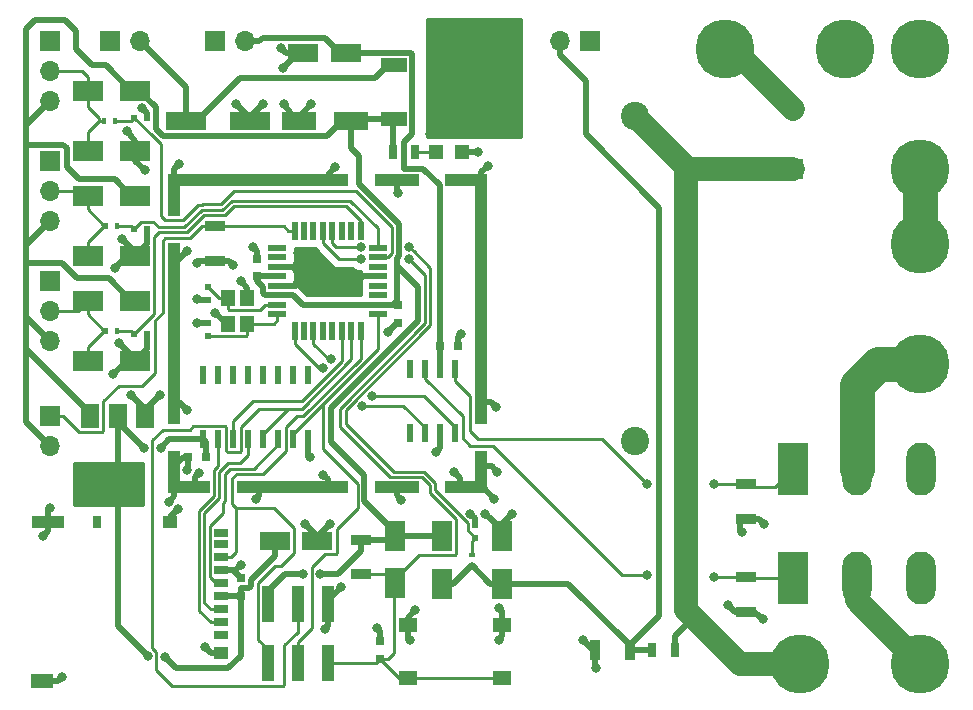
<source format=gbr>
G04 #@! TF.GenerationSoftware,KiCad,Pcbnew,(2017-12-14 revision b47a06e)-master*
G04 #@! TF.CreationDate,2018-01-03T11:33:46-08:00*
G04 #@! TF.ProjectId,Elephant-3,456C657068616E742D332E6B69636164,1*
G04 #@! TF.SameCoordinates,Original*
G04 #@! TF.FileFunction,Copper,L1,Top,Signal*
G04 #@! TF.FilePolarity,Positive*
%FSLAX46Y46*%
G04 Gerber Fmt 4.6, Leading zero omitted, Abs format (unit mm)*
G04 Created by KiCad (PCBNEW (2017-12-14 revision b47a06e)-master) date Wednesday, January 03, 2018 'AMt' 11:33:46 AM*
%MOMM*%
%LPD*%
G01*
G04 APERTURE LIST*
%ADD10R,3.800000X2.000000*%
%ADD11R,1.500000X2.000000*%
%ADD12R,1.000000X2.570000*%
%ADD13R,1.000000X3.800000*%
%ADD14R,1.000000X3.470000*%
%ADD15R,2.570000X1.000000*%
%ADD16R,3.800000X1.000000*%
%ADD17R,3.470000X1.000000*%
%ADD18R,1.000000X1.000000*%
%ADD19R,0.600000X1.550000*%
%ADD20R,0.500000X0.600000*%
%ADD21R,1.800000X2.500000*%
%ADD22R,0.600000X0.400000*%
%ADD23R,2.500000X1.800000*%
%ADD24C,2.400000*%
%ADD25R,1.800000X1.800000*%
%ADD26O,1.800000X1.800000*%
%ADD27R,1.700000X1.700000*%
%ADD28O,1.700000X1.700000*%
%ADD29C,5.000000*%
%ADD30R,1.200000X0.700000*%
%ADD31R,1.200000X1.000000*%
%ADD32R,0.800000X1.000000*%
%ADD33R,2.800000X1.000000*%
%ADD34R,1.900000X1.300000*%
%ADD35R,2.500000X4.500000*%
%ADD36O,2.500000X4.500000*%
%ADD37R,0.600000X1.500000*%
%ADD38R,0.750000X0.800000*%
%ADD39R,3.500000X1.600000*%
%ADD40R,3.000000X1.600000*%
%ADD41R,0.600000X0.500000*%
%ADD42R,2.600000X1.600000*%
%ADD43R,0.800000X0.750000*%
%ADD44R,1.000000X3.150000*%
%ADD45R,1.200000X1.200000*%
%ADD46R,0.700000X1.300000*%
%ADD47R,0.400000X0.600000*%
%ADD48R,1.700000X0.900000*%
%ADD49R,0.900000X1.700000*%
%ADD50R,1.550000X1.300000*%
%ADD51R,0.550000X1.600000*%
%ADD52R,1.600000X0.550000*%
%ADD53R,1.200000X1.400000*%
%ADD54R,3.050000X2.750000*%
%ADD55R,6.400000X5.800000*%
%ADD56R,2.200000X1.200000*%
%ADD57C,0.800000*%
%ADD58C,0.500000*%
%ADD59C,1.000000*%
%ADD60C,0.250000*%
%ADD61C,2.000000*%
%ADD62C,3.000000*%
%ADD63C,0.254000*%
G04 APERTURE END LIST*
D10*
X127000000Y-109195000D03*
D11*
X127000000Y-102895000D03*
X124700000Y-102895000D03*
X129300000Y-102895000D03*
D12*
X157785000Y-107105000D03*
X131775000Y-107105000D03*
D13*
X157785000Y-101720000D03*
X131775000Y-101720000D03*
D14*
X157785000Y-95885000D03*
X131775000Y-95885000D03*
D13*
X157785000Y-90050000D03*
X131775000Y-90050000D03*
D12*
X157785000Y-84665000D03*
X131775000Y-84665000D03*
D15*
X156000000Y-108890000D03*
X156000000Y-82880000D03*
D16*
X150615000Y-108890000D03*
X150615000Y-82880000D03*
D17*
X144780000Y-108890000D03*
X144780000Y-82880000D03*
D16*
X138945000Y-108890000D03*
X138945000Y-82880000D03*
D15*
X133560000Y-108890000D03*
X133560000Y-82880000D03*
D18*
X131775000Y-108890000D03*
X157785000Y-108890000D03*
X157785000Y-82880000D03*
X131775000Y-82880000D03*
D19*
X151765000Y-98900000D03*
X153035000Y-98900000D03*
X154305000Y-98900000D03*
X155575000Y-98900000D03*
X155575000Y-104300000D03*
X154305000Y-104300000D03*
X153035000Y-104300000D03*
X151765000Y-104300000D03*
D20*
X157226000Y-113199000D03*
X157226000Y-112099000D03*
D21*
X154432000Y-117062000D03*
X154432000Y-113062000D03*
D22*
X156972000Y-115512000D03*
X156972000Y-114612000D03*
D21*
X159512000Y-113062000D03*
X159512000Y-117062000D03*
D23*
X124492000Y-89281000D03*
X128492000Y-89281000D03*
D24*
X170815000Y-104970000D03*
X170815000Y-77470000D03*
D25*
X184150000Y-81915000D03*
D26*
X184150000Y-76835000D03*
D27*
X126365000Y-71120000D03*
D28*
X128905000Y-71120000D03*
D27*
X121285000Y-91440000D03*
D28*
X121285000Y-93980000D03*
X121285000Y-96520000D03*
D27*
X121285000Y-81280000D03*
D28*
X121285000Y-83820000D03*
X121285000Y-86360000D03*
D27*
X121285000Y-71120000D03*
D28*
X121285000Y-73660000D03*
X121285000Y-76200000D03*
D27*
X121285000Y-102870000D03*
D28*
X121285000Y-105410000D03*
D27*
X135255000Y-71120000D03*
D28*
X137795000Y-71120000D03*
D29*
X178435000Y-71755000D03*
X188595000Y-71755000D03*
X194945000Y-81915000D03*
X194945000Y-71755000D03*
X184785000Y-123825000D03*
X194945000Y-123825000D03*
D30*
X135728000Y-112762000D03*
X135728000Y-113712000D03*
X135728000Y-121412000D03*
X135728000Y-120312000D03*
X135728000Y-119212000D03*
X135728000Y-118112000D03*
X135728000Y-117012000D03*
X135728000Y-115912000D03*
X135728000Y-114812000D03*
D31*
X135728000Y-122962000D03*
X131428000Y-111812000D03*
D32*
X125228000Y-111812000D03*
D33*
X121078000Y-111812000D03*
D34*
X120628000Y-125312000D03*
D27*
X167005000Y-71120000D03*
D28*
X164465000Y-71120000D03*
D29*
X194945000Y-88265000D03*
X194945000Y-98425000D03*
D35*
X184150000Y-116586000D03*
D36*
X189600000Y-116586000D03*
X195050000Y-116586000D03*
D35*
X184150000Y-107315000D03*
D36*
X189600000Y-107315000D03*
X195050000Y-107315000D03*
D37*
X134239000Y-104808000D03*
X135509000Y-104808000D03*
X136779000Y-104808000D03*
X138049000Y-104808000D03*
X139319000Y-104808000D03*
X140589000Y-104808000D03*
X141859000Y-104808000D03*
X143129000Y-104808000D03*
X143129000Y-99408000D03*
X141859000Y-99408000D03*
X140589000Y-99408000D03*
X139319000Y-99408000D03*
X138049000Y-99408000D03*
X136779000Y-99408000D03*
X135509000Y-99408000D03*
X134239000Y-99408000D03*
D38*
X138811000Y-89547000D03*
X138811000Y-91047000D03*
X150749000Y-93484000D03*
X150749000Y-94984000D03*
D39*
X138209000Y-77851000D03*
X132809000Y-77851000D03*
D40*
X142326000Y-77851000D03*
X146726000Y-77851000D03*
D41*
X128355000Y-95885000D03*
X129455000Y-95885000D03*
D42*
X143913000Y-113411000D03*
X140313000Y-113411000D03*
D41*
X128355000Y-86995000D03*
X129455000Y-86995000D03*
D20*
X134620000Y-91906000D03*
X134620000Y-93006000D03*
X134620000Y-94954000D03*
X134620000Y-96054000D03*
D41*
X129455000Y-77597000D03*
X128355000Y-77597000D03*
D43*
X132981000Y-106299000D03*
X134481000Y-106299000D03*
D38*
X149225000Y-121920000D03*
X149225000Y-123420000D03*
D43*
X154317000Y-96901000D03*
X155817000Y-96901000D03*
D38*
X137414000Y-116598000D03*
X137414000Y-118098000D03*
D44*
X144780000Y-118760000D03*
X144780000Y-123810000D03*
X142240000Y-118760000D03*
X142240000Y-123810000D03*
X139700000Y-118760000D03*
X139700000Y-123810000D03*
D45*
X156167000Y-80518000D03*
X153967000Y-80518000D03*
D23*
X128492000Y-98171000D03*
X124492000Y-98171000D03*
X128492000Y-93091000D03*
X124492000Y-93091000D03*
X124492000Y-84201000D03*
X128492000Y-84201000D03*
D21*
X150495000Y-113030000D03*
X150495000Y-117030000D03*
D23*
X124492000Y-80391000D03*
X128492000Y-80391000D03*
X124492000Y-75311000D03*
X128492000Y-75311000D03*
D46*
X150307000Y-80518000D03*
X152207000Y-80518000D03*
D47*
X126942000Y-95631000D03*
X126042000Y-95631000D03*
X126042000Y-86741000D03*
X126942000Y-86741000D03*
D48*
X135255000Y-89715000D03*
X135255000Y-86815000D03*
X147574000Y-116258000D03*
X147574000Y-113358000D03*
D47*
X126757000Y-77851000D03*
X125857000Y-77851000D03*
D48*
X180213000Y-119433000D03*
X180213000Y-116533000D03*
D49*
X167460000Y-122682000D03*
X170360000Y-122682000D03*
D48*
X180213000Y-108659000D03*
X180213000Y-111559000D03*
D46*
X172278000Y-122682000D03*
X174178000Y-122682000D03*
D50*
X151595000Y-120559000D03*
X151595000Y-125059000D03*
X159555000Y-125059000D03*
X159555000Y-120559000D03*
D51*
X141980000Y-87190000D03*
X142780000Y-87190000D03*
X143580000Y-87190000D03*
X144380000Y-87190000D03*
X145180000Y-87190000D03*
X145980000Y-87190000D03*
X146780000Y-87190000D03*
X147580000Y-87190000D03*
D52*
X149030000Y-88640000D03*
X149030000Y-89440000D03*
X149030000Y-90240000D03*
X149030000Y-91040000D03*
X149030000Y-91840000D03*
X149030000Y-92640000D03*
X149030000Y-93440000D03*
X149030000Y-94240000D03*
D51*
X147580000Y-95690000D03*
X146780000Y-95690000D03*
X145980000Y-95690000D03*
X145180000Y-95690000D03*
X144380000Y-95690000D03*
X143580000Y-95690000D03*
X142780000Y-95690000D03*
X141980000Y-95690000D03*
D52*
X140530000Y-94240000D03*
X140530000Y-93440000D03*
X140530000Y-92640000D03*
X140530000Y-91840000D03*
X140530000Y-91040000D03*
X140530000Y-90240000D03*
X140530000Y-89440000D03*
X140530000Y-88640000D03*
D42*
X142726000Y-72136000D03*
X146326000Y-72136000D03*
D53*
X137960000Y-92880000D03*
X137960000Y-95080000D03*
X136360000Y-95080000D03*
X136360000Y-92880000D03*
D54*
X154984000Y-76963000D03*
X158334000Y-73913000D03*
X154984000Y-73913000D03*
X158334000Y-76963000D03*
D55*
X156659000Y-75438000D03*
D56*
X150359000Y-77718000D03*
X150359000Y-73158000D03*
D57*
X159004000Y-102108000D03*
X145415000Y-81788000D03*
X132842000Y-88900000D03*
X132842000Y-102362000D03*
X138684000Y-109892000D03*
X144399000Y-107823000D03*
X179832000Y-112649000D03*
X181737000Y-112014000D03*
X178689000Y-118872000D03*
X181610000Y-120015000D03*
X167513000Y-124206000D03*
X166370000Y-121793000D03*
X144526000Y-120904000D03*
X145923000Y-117348000D03*
X148971000Y-120777000D03*
X151765000Y-121793000D03*
X159258000Y-121793000D03*
X152146000Y-119253000D03*
X159258000Y-119126000D03*
X142875000Y-112014000D03*
X144999326Y-111982766D03*
X157480000Y-80518000D03*
X137033000Y-76454000D03*
X143383000Y-76454000D03*
X141097000Y-76454000D03*
X139319000Y-76454000D03*
X140970000Y-73406000D03*
X140843000Y-71686000D03*
X156083000Y-95885000D03*
X149860000Y-95758000D03*
X137414000Y-91440000D03*
X138430000Y-88519000D03*
X133731000Y-89916000D03*
X136779000Y-90043000D03*
X133731000Y-92964000D03*
X135255000Y-94107000D03*
X133731000Y-94996000D03*
X126619000Y-99314000D03*
X126746000Y-90297000D03*
X127762000Y-78740000D03*
X129286000Y-82042000D03*
X129032000Y-76811002D03*
X127381000Y-87884000D03*
X127127000Y-96647000D03*
X130556000Y-101092000D03*
X128143000Y-101092000D03*
X132842000Y-107442000D03*
X153924000Y-105918000D03*
X143256000Y-106299000D03*
X132207000Y-81534000D03*
X158369000Y-81661000D03*
X156849653Y-111120347D03*
X158115000Y-111125000D03*
X160401000Y-111125000D03*
X134366000Y-122428000D03*
X137414000Y-115443000D03*
X122301000Y-124968000D03*
X120650000Y-113030000D03*
X121285000Y-110617000D03*
X132080000Y-110744000D03*
X131318000Y-110109000D03*
X155448000Y-107569000D03*
X159131000Y-107569000D03*
X158877000Y-109855000D03*
X151003000Y-109982000D03*
X133858000Y-107696000D03*
X150749000Y-83947000D03*
X145161000Y-91567000D03*
X143764000Y-90170000D03*
X143764000Y-91567000D03*
X147320000Y-91059000D03*
X142367000Y-91567000D03*
X142240000Y-90170000D03*
X131762500Y-98742500D03*
X131762500Y-92964000D03*
X141922500Y-108902500D03*
X157797500Y-98679000D03*
X157797500Y-93027500D03*
X157797500Y-86995000D03*
X135890000Y-82867500D03*
X141922500Y-82867500D03*
X142694989Y-116204565D03*
X144145000Y-116205000D03*
X159004000Y-71374000D03*
X157226000Y-71374000D03*
X155448000Y-71374000D03*
X153670000Y-71374000D03*
X153670000Y-69850000D03*
X155448000Y-69850000D03*
X157226000Y-69850000D03*
X159004000Y-69850000D03*
X160528000Y-69850000D03*
X160528000Y-71374000D03*
X160528000Y-72898000D03*
X160528000Y-74422000D03*
X160528000Y-75946000D03*
X160528000Y-77470000D03*
X160528000Y-78994000D03*
X158750000Y-78994000D03*
X156972000Y-78994000D03*
X155194000Y-78994000D03*
X153416000Y-78994000D03*
X151666021Y-88534987D03*
X147629988Y-88590056D03*
X129196000Y-105537000D03*
X129540006Y-123190000D03*
X130990011Y-123232196D03*
X130646000Y-105550460D03*
X177533000Y-116459000D03*
X171797000Y-116332000D03*
X177533000Y-108585000D03*
X171797000Y-108585000D03*
X148531859Y-101160858D03*
X145076956Y-98069740D03*
X151640092Y-89535522D03*
X147629988Y-89590069D03*
X147706359Y-101986358D03*
X144369848Y-98776848D03*
D58*
X150816011Y-86629823D02*
X150816010Y-89327180D01*
X146726000Y-80171002D02*
X147447000Y-80892002D01*
X147447000Y-83260812D02*
X150816011Y-86629823D01*
X150660999Y-89482191D02*
X150660999Y-90170000D01*
X150816010Y-89327180D02*
X150660999Y-89482191D01*
X147447000Y-80892002D02*
X147447000Y-83260812D01*
X146726000Y-77851000D02*
X146726000Y-80171002D01*
X157785000Y-101720000D02*
X158616000Y-101720000D01*
X158616000Y-101720000D02*
X159004000Y-102108000D01*
X144780000Y-82880000D02*
X144780000Y-82423000D01*
X144780000Y-82423000D02*
X145415000Y-81788000D01*
X131775000Y-90050000D02*
X131775000Y-89967000D01*
X131775000Y-89967000D02*
X132842000Y-88900000D01*
X131775000Y-101720000D02*
X132200000Y-101720000D01*
X132200000Y-101720000D02*
X132842000Y-102362000D01*
X138945000Y-108890000D02*
X138945000Y-109631000D01*
X138945000Y-109631000D02*
X138684000Y-109892000D01*
X144780000Y-108890000D02*
X144780000Y-108204000D01*
X144780000Y-108204000D02*
X144399000Y-107823000D01*
X131775000Y-82880000D02*
X133560000Y-82880000D01*
X131775000Y-84665000D02*
X131775000Y-82880000D01*
X131775000Y-101720000D02*
X131775000Y-98755000D01*
X131775000Y-98755000D02*
X131762500Y-98742500D01*
X179832000Y-112649000D02*
X179705000Y-112522000D01*
X179705000Y-112522000D02*
X179705000Y-111887000D01*
X179705000Y-111887000D02*
X180033000Y-111559000D01*
X180033000Y-111559000D02*
X180213000Y-111559000D01*
X180213000Y-111559000D02*
X181282000Y-111559000D01*
X181282000Y-111559000D02*
X181737000Y-112014000D01*
X180213000Y-119433000D02*
X179250000Y-119433000D01*
X179250000Y-119433000D02*
X178689000Y-118872000D01*
X181610000Y-120015000D02*
X180901000Y-119433000D01*
X180901000Y-119433000D02*
X180213000Y-119433000D01*
X167460000Y-122682000D02*
X167460000Y-124153000D01*
X167460000Y-124153000D02*
X167513000Y-124206000D01*
X167460000Y-122682000D02*
X167259000Y-122682000D01*
X167259000Y-122682000D02*
X166370000Y-121793000D01*
X144780000Y-118760000D02*
X144780000Y-120650000D01*
X144780000Y-120650000D02*
X144526000Y-120904000D01*
X144780000Y-118760000D02*
X144780000Y-118491000D01*
X144780000Y-118491000D02*
X145923000Y-117348000D01*
X149225000Y-121920000D02*
X149225000Y-121031000D01*
X149225000Y-121031000D02*
X148971000Y-120777000D01*
X151595000Y-120559000D02*
X151595000Y-121623000D01*
X151595000Y-121623000D02*
X151765000Y-121793000D01*
X159555000Y-120559000D02*
X159555000Y-121496000D01*
X159555000Y-121496000D02*
X159258000Y-121793000D01*
X152146000Y-119253000D02*
X151595000Y-119931000D01*
X151595000Y-119931000D02*
X151595000Y-120559000D01*
X159555000Y-120559000D02*
X159555000Y-119409000D01*
X159555000Y-119409000D02*
X159272000Y-119126000D01*
X143913000Y-113411000D02*
X143913000Y-113052000D01*
X143913000Y-113052000D02*
X142875000Y-112014000D01*
X143913000Y-113411000D02*
X143913000Y-113069092D01*
X143913000Y-113069092D02*
X144999326Y-111982766D01*
X144780000Y-108890000D02*
X141935000Y-108890000D01*
X141935000Y-108890000D02*
X141922500Y-108902500D01*
X156167000Y-80518000D02*
X157480000Y-80518000D01*
X138209000Y-77851000D02*
X138209000Y-77630000D01*
X138209000Y-77630000D02*
X137033000Y-76454000D01*
X142326000Y-77851000D02*
X142326000Y-77511000D01*
X142326000Y-77511000D02*
X143383000Y-76454000D01*
X141097000Y-76454000D02*
X142113000Y-77851000D01*
X142113000Y-77851000D02*
X142326000Y-77851000D01*
X139319000Y-76454000D02*
X138209000Y-77564000D01*
X138209000Y-77564000D02*
X138209000Y-77851000D01*
X142726000Y-72136000D02*
X142240000Y-72136000D01*
X142240000Y-72136000D02*
X140970000Y-73406000D01*
X142726000Y-72136000D02*
X141293000Y-72136000D01*
X141293000Y-72136000D02*
X140843000Y-71686000D01*
X157797500Y-98679000D02*
X157797500Y-95897500D01*
X157797500Y-95897500D02*
X157785000Y-95885000D01*
X156000000Y-82880000D02*
X157785000Y-82880000D01*
X155817000Y-96901000D02*
X155817000Y-96151000D01*
X155817000Y-96151000D02*
X156083000Y-95885000D01*
X150749000Y-94984000D02*
X150634000Y-94984000D01*
X150634000Y-94984000D02*
X149860000Y-95758000D01*
X137960000Y-92880000D02*
X137960000Y-91986000D01*
X137960000Y-91986000D02*
X137414000Y-91440000D01*
X149030000Y-91040000D02*
X147339000Y-91040000D01*
X147339000Y-91040000D02*
X147320000Y-91059000D01*
X140530000Y-90240000D02*
X142170000Y-90240000D01*
X142170000Y-90240000D02*
X142240000Y-90170000D01*
X140530000Y-91840000D02*
X142094000Y-91840000D01*
X142094000Y-91840000D02*
X142367000Y-91567000D01*
X138811000Y-89547000D02*
X138811000Y-88900000D01*
X138811000Y-88900000D02*
X138430000Y-88519000D01*
X135255000Y-89715000D02*
X133932000Y-89715000D01*
X133932000Y-89715000D02*
X133731000Y-89916000D01*
X135255000Y-89715000D02*
X136451000Y-89715000D01*
X136451000Y-89715000D02*
X136779000Y-90043000D01*
X134620000Y-93006000D02*
X133773000Y-93006000D01*
X133773000Y-93006000D02*
X133731000Y-92964000D01*
X136360000Y-95080000D02*
X136228000Y-95080000D01*
X136228000Y-95080000D02*
X135255000Y-94107000D01*
X134620000Y-94954000D02*
X133773000Y-94954000D01*
X133773000Y-94954000D02*
X133731000Y-94996000D01*
X126619000Y-99314000D02*
X127889000Y-98171000D01*
X127889000Y-98171000D02*
X128492000Y-98171000D01*
X126746000Y-90297000D02*
X127762000Y-89281000D01*
X127762000Y-89281000D02*
X128492000Y-89281000D01*
X127762000Y-78740000D02*
X128492000Y-79597000D01*
X128492000Y-79597000D02*
X128492000Y-80391000D01*
X128492000Y-80391000D02*
X128492000Y-81248000D01*
X128492000Y-81248000D02*
X129286000Y-82042000D01*
X129455000Y-77597000D02*
X129455000Y-77234002D01*
X129455000Y-77234002D02*
X129032000Y-76811002D01*
X128492000Y-89281000D02*
X128492000Y-88995000D01*
X128492000Y-88995000D02*
X127381000Y-87884000D01*
X128492000Y-89281000D02*
X129455000Y-88318000D01*
X129455000Y-88318000D02*
X129455000Y-86995000D01*
X128492000Y-98171000D02*
X128492000Y-98012000D01*
X128492000Y-98012000D02*
X127127000Y-96647000D01*
X128492000Y-98171000D02*
X129455000Y-97208000D01*
X129455000Y-97208000D02*
X129455000Y-95885000D01*
X129300000Y-102895000D02*
X129300000Y-102348000D01*
X129300000Y-102348000D02*
X130556000Y-101092000D01*
X129300000Y-102895000D02*
X129300000Y-102249000D01*
X129300000Y-102249000D02*
X128143000Y-101092000D01*
X132981000Y-106299000D02*
X132981000Y-107303000D01*
X132981000Y-107303000D02*
X132842000Y-107442000D01*
X132981000Y-106299000D02*
X132581000Y-106299000D01*
X132581000Y-106299000D02*
X131775000Y-107105000D01*
X154305000Y-104300000D02*
X154305000Y-105537000D01*
X154305000Y-105537000D02*
X153924000Y-105918000D01*
X143129000Y-104808000D02*
X143129000Y-106172000D01*
X143129000Y-106172000D02*
X143256000Y-106299000D01*
X131775000Y-82880000D02*
X131775000Y-81966000D01*
X131775000Y-81966000D02*
X132207000Y-81534000D01*
X157785000Y-82880000D02*
X157785000Y-82245000D01*
X157785000Y-82245000D02*
X158369000Y-81661000D01*
X157226000Y-112099000D02*
X157226000Y-111496694D01*
X157226000Y-111496694D02*
X156849653Y-111120347D01*
X159004000Y-112014000D02*
X158514999Y-111524999D01*
X158514999Y-111524999D02*
X158115000Y-111125000D01*
X159512000Y-112014000D02*
X159004000Y-112014000D01*
X159512000Y-113062000D02*
X159512000Y-112014000D01*
X159512000Y-112014000D02*
X160401000Y-111125000D01*
X135728000Y-122962000D02*
X134900000Y-122962000D01*
X134900000Y-122962000D02*
X134366000Y-122428000D01*
X136728000Y-115912000D02*
X136945000Y-115912000D01*
X136945000Y-115912000D02*
X137414000Y-115443000D01*
X135728000Y-115912000D02*
X136728000Y-115912000D01*
X136728000Y-115912000D02*
X137414000Y-116598000D01*
X120628000Y-125312000D02*
X121957000Y-125312000D01*
X121957000Y-125312000D02*
X122301000Y-124968000D01*
X121078000Y-111812000D02*
X121078000Y-112602000D01*
X121078000Y-112602000D02*
X120650000Y-113030000D01*
X121078000Y-111812000D02*
X121078000Y-110824000D01*
X121078000Y-110824000D02*
X121285000Y-110617000D01*
X131428000Y-111812000D02*
X131428000Y-111396000D01*
X131428000Y-111396000D02*
X132080000Y-110744000D01*
X131775000Y-108890000D02*
X131775000Y-109652000D01*
X131775000Y-109652000D02*
X131318000Y-110109000D01*
X156000000Y-108890000D02*
X156000000Y-108121000D01*
X156000000Y-108121000D02*
X155448000Y-107569000D01*
X157785000Y-107105000D02*
X158667000Y-107105000D01*
X158667000Y-107105000D02*
X159131000Y-107569000D01*
X157785000Y-108890000D02*
X157912000Y-108890000D01*
X157912000Y-108890000D02*
X158877000Y-109855000D01*
X150615000Y-108890000D02*
X150615000Y-109594000D01*
X150615000Y-109594000D02*
X151003000Y-109982000D01*
X133560000Y-108890000D02*
X133560000Y-107994000D01*
X133560000Y-107994000D02*
X133858000Y-107696000D01*
X150615000Y-82880000D02*
X150615000Y-83813000D01*
X150615000Y-83813000D02*
X150749000Y-83947000D01*
X130242000Y-78592810D02*
X130242000Y-76711000D01*
X146026000Y-77851000D02*
X144726000Y-79151000D01*
X128842000Y-75311000D02*
X128492000Y-75311000D01*
X130242000Y-76711000D02*
X128842000Y-75311000D01*
X130800190Y-79151000D02*
X130242000Y-78592810D01*
X146726000Y-77851000D02*
X146026000Y-77851000D01*
X144726000Y-79151000D02*
X130800190Y-79151000D01*
X145034000Y-102183812D02*
X152400000Y-94817812D01*
X150495000Y-112680000D02*
X147895011Y-110080011D01*
X152400000Y-94817812D02*
X152400000Y-91909001D01*
X147895011Y-110080011D02*
X147895011Y-107890011D01*
X145034000Y-105029000D02*
X145034000Y-102183812D01*
X150495000Y-113030000D02*
X150495000Y-112680000D01*
X147895011Y-107890011D02*
X145034000Y-105029000D01*
X152400000Y-91909001D02*
X150660999Y-90170000D01*
X139700000Y-117685000D02*
X141180435Y-116204565D01*
X139700000Y-118760000D02*
X139700000Y-117685000D01*
X142129304Y-116204565D02*
X142694989Y-116204565D01*
X141180435Y-116204565D02*
X142129304Y-116204565D01*
X150660999Y-90170000D02*
X150660999Y-93109001D01*
X144145000Y-116205000D02*
X145677000Y-116205000D01*
X145677000Y-116205000D02*
X147574000Y-114308000D01*
X147574000Y-114308000D02*
X147574000Y-113358000D01*
X150660999Y-93109001D02*
X150330000Y-93440000D01*
X150330000Y-93440000D02*
X149030000Y-93440000D01*
X140530000Y-92640000D02*
X141830000Y-92640000D01*
X141830000Y-92640000D02*
X142662000Y-93472000D01*
X142662000Y-93472000D02*
X148011003Y-93472000D01*
X148011003Y-93472000D02*
X148043003Y-93440000D01*
X148043003Y-93440000D02*
X149030000Y-93440000D01*
X139700000Y-119395000D02*
X139700000Y-118320000D01*
X138811000Y-91047000D02*
X138811000Y-91440000D01*
X138811000Y-91440000D02*
X139279999Y-91908999D01*
X139279999Y-91908999D02*
X139279999Y-92475001D01*
X139279999Y-92475001D02*
X139444998Y-92640000D01*
X139444998Y-92640000D02*
X140530000Y-92640000D01*
X138811000Y-91047000D02*
X140523000Y-91047000D01*
X140523000Y-91047000D02*
X140530000Y-91040000D01*
X150307000Y-80518000D02*
X150307000Y-77770000D01*
X150307000Y-77770000D02*
X150359000Y-77718000D01*
X150359000Y-77718000D02*
X146859000Y-77718000D01*
X146859000Y-77718000D02*
X146726000Y-77851000D01*
X150495000Y-113030000D02*
X154400000Y-113030000D01*
X154400000Y-113030000D02*
X154432000Y-113062000D01*
X147574000Y-113358000D02*
X150167000Y-113358000D01*
X150167000Y-113358000D02*
X150495000Y-113030000D01*
X119253000Y-94488000D02*
X119253000Y-97028000D01*
X119253000Y-97028000D02*
X119253000Y-103378000D01*
X124700000Y-102895000D02*
X124700000Y-102645000D01*
X124700000Y-102645000D02*
X119253000Y-97198000D01*
X119253000Y-97198000D02*
X119253000Y-97028000D01*
X119253000Y-103378000D02*
X121285000Y-105410000D01*
X124841000Y-73152000D02*
X125983000Y-73152000D01*
X125983000Y-73152000D02*
X128142000Y-75311000D01*
X128142000Y-75311000D02*
X128492000Y-75311000D01*
X123444000Y-71755000D02*
X124841000Y-73152000D01*
X123444000Y-70231000D02*
X123444000Y-71755000D01*
X119253000Y-78232000D02*
X119253000Y-70104000D01*
X119253000Y-70104000D02*
X120015000Y-69342000D01*
X120015000Y-69342000D02*
X122555000Y-69342000D01*
X122555000Y-69342000D02*
X123444000Y-70231000D01*
X119253000Y-82550000D02*
X119253000Y-79883000D01*
X122682000Y-80166998D02*
X122682000Y-81788000D01*
X123695000Y-82801000D02*
X126742000Y-82801000D01*
X126742000Y-82801000D02*
X128142000Y-84201000D01*
X119253000Y-79883000D02*
X122398002Y-79883000D01*
X122398002Y-79883000D02*
X122682000Y-80166998D01*
X122682000Y-81788000D02*
X123695000Y-82801000D01*
X128142000Y-84201000D02*
X128492000Y-84201000D01*
X128492000Y-93091000D02*
X128142000Y-93091000D01*
X128142000Y-93091000D02*
X126237000Y-91186000D01*
X126237000Y-91186000D02*
X123541002Y-91186000D01*
X123541002Y-91186000D02*
X122271002Y-89916000D01*
X122271002Y-89916000D02*
X119253000Y-89916000D01*
X119253000Y-88773000D02*
X119253000Y-89916000D01*
X119253000Y-89916000D02*
X119253000Y-94488000D01*
X119253000Y-88773000D02*
X119253000Y-82550000D01*
X119253000Y-82550000D02*
X119253000Y-78232000D01*
X119253000Y-94488000D02*
X121285000Y-96520000D01*
X121285000Y-86360000D02*
X119253000Y-88392000D01*
X119253000Y-88392000D02*
X119253000Y-88773000D01*
X120435001Y-77049999D02*
X121285000Y-76200000D01*
X119253000Y-78232000D02*
X120435001Y-77049999D01*
D59*
X138945000Y-82880000D02*
X133560000Y-82880000D01*
X131775000Y-101720000D02*
X131775000Y-95885000D01*
X131775000Y-90050000D02*
X131775000Y-95885000D01*
X144780000Y-82880000D02*
X138945000Y-82880000D01*
X157785000Y-90050000D02*
X157785000Y-84665000D01*
X157785000Y-90050000D02*
X157785000Y-95885000D01*
X157785000Y-101720000D02*
X157785000Y-95885000D01*
X138945000Y-108890000D02*
X144780000Y-108890000D01*
D60*
X149030000Y-91040000D02*
X142875000Y-91040000D01*
X142875000Y-91040000D02*
X142380000Y-91040000D01*
X142075000Y-91840000D02*
X142875000Y-91040000D01*
D58*
X132809000Y-77851000D02*
X133759000Y-77851000D01*
X149859000Y-73158000D02*
X150359000Y-73158000D01*
X133759000Y-77851000D02*
X137352000Y-74258000D01*
X137352000Y-74258000D02*
X148759000Y-74258000D01*
X148759000Y-74258000D02*
X149859000Y-73158000D01*
X128905000Y-71120000D02*
X132809000Y-75024000D01*
X132809000Y-75024000D02*
X132809000Y-77851000D01*
D60*
X150413988Y-107614988D02*
X146304000Y-103505000D01*
X157226000Y-113149000D02*
X156650999Y-112573999D01*
X146304000Y-103505000D02*
X146304000Y-102363411D01*
X152961401Y-107614988D02*
X150413988Y-107614988D01*
X152066020Y-88934986D02*
X151666021Y-88534987D01*
X146304000Y-102363411D02*
X153485010Y-95182401D01*
X153866011Y-108519598D02*
X152961401Y-107614988D01*
X153485010Y-90353976D02*
X152066020Y-88934986D01*
X157226000Y-113199000D02*
X157226000Y-113149000D01*
X153485010Y-95182401D02*
X153485010Y-90353976D01*
X153866011Y-109162011D02*
X153866011Y-108519598D01*
X156650999Y-111946999D02*
X153866011Y-109162011D01*
X156650999Y-112573999D02*
X156650999Y-111946999D01*
X147064303Y-88590056D02*
X147629988Y-88590056D01*
X145530056Y-88590056D02*
X147064303Y-88590056D01*
X145180000Y-87190000D02*
X145180000Y-88240000D01*
X145180000Y-88240000D02*
X145530056Y-88590056D01*
X156972000Y-114612000D02*
X156972000Y-113453000D01*
X156972000Y-113453000D02*
X157226000Y-113199000D01*
X128405000Y-95885000D02*
X128355000Y-95885000D01*
X136838818Y-85090000D02*
X136065796Y-85863022D01*
X130080001Y-94209999D02*
X128405000Y-95885000D01*
X130080001Y-87724999D02*
X130080001Y-94209999D01*
X130486989Y-87318011D02*
X130080001Y-87724999D01*
X132837900Y-87318011D02*
X130486989Y-87318011D01*
X136065796Y-85863022D02*
X134292889Y-85863022D01*
X147580000Y-86329998D02*
X146340002Y-85090000D01*
X147580000Y-87190000D02*
X147580000Y-86329998D01*
X134292889Y-85863022D02*
X132837900Y-87318011D01*
X146340002Y-85090000D02*
X136838818Y-85090000D01*
X126942000Y-95631000D02*
X128101000Y-95631000D01*
X128101000Y-95631000D02*
X128355000Y-95885000D01*
X128980001Y-86419999D02*
X130015001Y-86419999D01*
X128405000Y-86995000D02*
X128980001Y-86419999D01*
X149030000Y-86979998D02*
X149030000Y-88115000D01*
X146689991Y-84639989D02*
X149030000Y-86979998D01*
X135879396Y-85413011D02*
X136652418Y-84639989D01*
X132651500Y-86868000D02*
X134106489Y-85413011D01*
X149030000Y-88115000D02*
X149030000Y-88640000D01*
X130015001Y-86419999D02*
X130463002Y-86868000D01*
X130463002Y-86868000D02*
X132651500Y-86868000D01*
X136652418Y-84639989D02*
X146689991Y-84639989D01*
X128355000Y-86995000D02*
X128405000Y-86995000D01*
X134106489Y-85413011D02*
X135879396Y-85413011D01*
X126942000Y-86741000D02*
X128101000Y-86741000D01*
X128101000Y-86741000D02*
X128355000Y-86995000D01*
X136360000Y-92880000D02*
X135594000Y-92880000D01*
X135594000Y-92880000D02*
X134620000Y-91906000D01*
X140530000Y-93440000D02*
X139480000Y-93440000D01*
X139480000Y-93440000D02*
X139014999Y-93905001D01*
X139014999Y-93905001D02*
X136435001Y-93905001D01*
X136435001Y-93905001D02*
X136360000Y-93830000D01*
X136360000Y-93830000D02*
X136360000Y-92880000D01*
X137960000Y-95080000D02*
X140215000Y-95080000D01*
X140215000Y-95080000D02*
X140530000Y-94765000D01*
X140530000Y-94765000D02*
X140530000Y-94240000D01*
X134620000Y-96054000D02*
X135120000Y-96054000D01*
X135120000Y-96054000D02*
X135171001Y-96105001D01*
X135171001Y-96105001D02*
X137884999Y-96105001D01*
X137884999Y-96105001D02*
X137960000Y-96030000D01*
X137960000Y-96030000D02*
X137960000Y-95080000D01*
D58*
X129196000Y-105537000D02*
X127000000Y-103341000D01*
X127000000Y-103341000D02*
X127000000Y-102895000D01*
X129140007Y-122790001D02*
X129540006Y-123190000D01*
X127000000Y-120649994D02*
X129140007Y-122790001D01*
X127000000Y-109195000D02*
X127000000Y-120649994D01*
X131390010Y-123632195D02*
X130990011Y-123232196D01*
X136375003Y-124224999D02*
X131982814Y-124224999D01*
X137414000Y-118098000D02*
X137414000Y-123186002D01*
X131982814Y-124224999D02*
X131390010Y-123632195D01*
X137414000Y-123186002D02*
X136375003Y-124224999D01*
X138149001Y-117448001D02*
X138299989Y-117297013D01*
X138299989Y-117297013D02*
X138299989Y-116724011D01*
X138299989Y-116724011D02*
X140313000Y-114711000D01*
X140313000Y-114711000D02*
X140313000Y-113411000D01*
X137414000Y-118098000D02*
X137414000Y-117448001D01*
X138149001Y-117448001D02*
X138239001Y-117358001D01*
X137414000Y-117448001D02*
X138149001Y-117448001D01*
X134239000Y-104808000D02*
X131388460Y-104808000D01*
X131388460Y-104808000D02*
X130646000Y-105550460D01*
X134481000Y-106299000D02*
X134481000Y-105050000D01*
X134481000Y-105050000D02*
X134239000Y-104808000D01*
X140313000Y-113411000D02*
X140208000Y-113411000D01*
X135728000Y-118112000D02*
X137400000Y-118112000D01*
X137400000Y-118112000D02*
X137414000Y-118098000D01*
X127000000Y-102895000D02*
X127000000Y-109195000D01*
X174178000Y-122682000D02*
X174178000Y-121532000D01*
X175132999Y-120577001D02*
X175132999Y-119253001D01*
X174178000Y-121532000D02*
X175132999Y-120577001D01*
D61*
X174625000Y-81280000D02*
X175132999Y-81787999D01*
X175132999Y-81787999D02*
X175132999Y-119253001D01*
X175132999Y-119253001D02*
X179704998Y-123825000D01*
X179704998Y-123825000D02*
X181249467Y-123825000D01*
X181249467Y-123825000D02*
X184785000Y-123825000D01*
X174625000Y-81280000D02*
X175260000Y-81915000D01*
X175260000Y-81915000D02*
X184150000Y-81915000D01*
X170815000Y-77470000D02*
X174625000Y-81280000D01*
X184785000Y-123825000D02*
X184825001Y-123865001D01*
D60*
X130810000Y-104013000D02*
X129921000Y-104902000D01*
X141097000Y-122292998D02*
X142169998Y-121220000D01*
X142240000Y-121220000D02*
X142240000Y-119395000D01*
X130265007Y-122841999D02*
X130265007Y-124353009D01*
X131641998Y-125730000D02*
X140970000Y-125730000D01*
X130265007Y-124353009D02*
X131641998Y-125730000D01*
X129921000Y-104902000D02*
X129921000Y-122497992D01*
X129921000Y-122497992D02*
X130265007Y-122841999D01*
X141442000Y-102235000D02*
X138986998Y-102235000D01*
X136134001Y-105781001D02*
X136134001Y-103797999D01*
X133096000Y-104013000D02*
X130810000Y-104013000D01*
X140970000Y-125730000D02*
X141097000Y-125603000D01*
X142169998Y-121220000D02*
X142240000Y-121220000D01*
X137339001Y-105883001D02*
X136236001Y-105883001D01*
X136069001Y-103732999D02*
X133376001Y-103732999D01*
X137423999Y-105798003D02*
X137339001Y-105883001D01*
X137423999Y-103797999D02*
X137423999Y-105798003D01*
X141097000Y-125603000D02*
X141097000Y-122292998D01*
X136236001Y-105883001D02*
X136134001Y-105781001D01*
X136134001Y-103797999D02*
X136069001Y-103732999D01*
X138986998Y-102235000D02*
X137423999Y-103797999D01*
X133376001Y-103732999D02*
X133096000Y-104013000D01*
X142573412Y-102235000D02*
X141442000Y-102235000D01*
X141442000Y-102235000D02*
X139319000Y-104358000D01*
X139319000Y-104358000D02*
X139319000Y-104808000D01*
X146780000Y-95690000D02*
X146780000Y-98028412D01*
X146780000Y-98028412D02*
X142573412Y-102235000D01*
X147320000Y-108609998D02*
X144399000Y-105688998D01*
X147320000Y-110686004D02*
X147320000Y-108609998D01*
X142240000Y-121985000D02*
X143419999Y-120805001D01*
X145538001Y-114471001D02*
X145538001Y-112468003D01*
X142240000Y-123810000D02*
X142240000Y-121985000D01*
X145538001Y-112468003D02*
X147320000Y-110686004D01*
X144399000Y-105688998D02*
X144399000Y-101818000D01*
X143419999Y-120805001D02*
X143419999Y-115660001D01*
X144543999Y-114536001D02*
X145473001Y-114536001D01*
X143419999Y-115660001D02*
X144543999Y-114536001D01*
X145473001Y-114536001D02*
X145538001Y-114471001D01*
X144399000Y-101818000D02*
X148935000Y-97282000D01*
X142240000Y-124445000D02*
X142240000Y-123370000D01*
X141859000Y-104358000D02*
X148935000Y-97282000D01*
X148935000Y-97282000D02*
X149030000Y-97187000D01*
X141859000Y-105258000D02*
X141859000Y-104808000D01*
X141859000Y-104808000D02*
X141859000Y-104358000D01*
X149030000Y-97187000D02*
X149030000Y-94765000D01*
X149030000Y-94765000D02*
X149030000Y-94240000D01*
X137033000Y-110617000D02*
X140204002Y-110617000D01*
X140204002Y-110617000D02*
X141938001Y-112350999D01*
X141938001Y-112350999D02*
X141938001Y-114471001D01*
X137033000Y-110617000D02*
X136711400Y-110295400D01*
X136711400Y-110295400D02*
X136711400Y-108138598D01*
X137084988Y-107765010D02*
X139266992Y-107765010D01*
X136711400Y-108138598D02*
X137084988Y-107765010D01*
X139266992Y-107765010D02*
X141214001Y-105818001D01*
X141214001Y-105818001D02*
X141214001Y-103817997D01*
X140839002Y-115570000D02*
X141938001Y-114471001D01*
X138874999Y-121794999D02*
X138874999Y-117030001D01*
X139700000Y-122620000D02*
X138874999Y-121794999D01*
X138874999Y-117030001D02*
X140335000Y-115570000D01*
X140335000Y-115570000D02*
X140839002Y-115570000D01*
X135728000Y-114812000D02*
X136578000Y-114812000D01*
X136578000Y-114812000D02*
X137033000Y-114357000D01*
X137033000Y-114357000D02*
X137033000Y-110617000D01*
X141214001Y-103817997D02*
X142161998Y-102870000D01*
X142161998Y-102870000D02*
X142710590Y-102870000D01*
X142710590Y-102870000D02*
X147580000Y-98000590D01*
X147580000Y-98000590D02*
X147580000Y-95690000D01*
D58*
X159512000Y-117062000D02*
X165140000Y-117062000D01*
X165140000Y-117062000D02*
X170360000Y-122282000D01*
X170360000Y-122282000D02*
X170360000Y-122682000D01*
X166624000Y-78994000D02*
X166624000Y-74481081D01*
X166624000Y-74481081D02*
X164465000Y-72322081D01*
X170360000Y-122282000D02*
X172847000Y-119795000D01*
X172847000Y-119795000D02*
X172847000Y-85217000D01*
X172847000Y-85217000D02*
X166624000Y-78994000D01*
X164465000Y-72322081D02*
X164465000Y-71120000D01*
X159512000Y-117062000D02*
X158522000Y-117062000D01*
X154432000Y-117062000D02*
X155422000Y-117062000D01*
X158522000Y-117062000D02*
X156972000Y-115512000D01*
X155422000Y-117062000D02*
X156972000Y-115512000D01*
X170360000Y-122682000D02*
X172278000Y-122682000D01*
D60*
X152207000Y-80518000D02*
X153967000Y-80518000D01*
X121285000Y-93980000D02*
X123603000Y-93980000D01*
X123603000Y-93980000D02*
X124492000Y-93091000D01*
X124492000Y-93091000D02*
X124492000Y-94241000D01*
X125882000Y-95631000D02*
X126042000Y-95631000D01*
X124492000Y-94241000D02*
X125882000Y-95631000D01*
X124492000Y-98171000D02*
X124492000Y-97021000D01*
X124492000Y-97021000D02*
X125882000Y-95631000D01*
X121285000Y-83820000D02*
X124111000Y-83820000D01*
X124111000Y-83820000D02*
X124492000Y-84201000D01*
X124492000Y-84201000D02*
X124492000Y-85351000D01*
X124492000Y-85351000D02*
X125882000Y-86741000D01*
X125882000Y-86741000D02*
X126042000Y-86741000D01*
X124492000Y-89281000D02*
X124492000Y-88131000D01*
X124492000Y-88131000D02*
X125882000Y-86741000D01*
X121285000Y-73660000D02*
X123991000Y-73660000D01*
X123991000Y-73660000D02*
X124492000Y-74161000D01*
X124492000Y-74161000D02*
X124492000Y-75311000D01*
X124492000Y-80391000D02*
X124492000Y-78835000D01*
X124492000Y-78835000D02*
X125407000Y-77920000D01*
X125407000Y-77920000D02*
X125407000Y-77851000D01*
X124492000Y-75311000D02*
X124492000Y-76740000D01*
X125407000Y-77655000D02*
X125407000Y-77851000D01*
X124492000Y-76740000D02*
X125407000Y-77655000D01*
X125407000Y-77851000D02*
X125857000Y-77851000D01*
D61*
X178435000Y-71755000D02*
X179070000Y-71755000D01*
X179070000Y-71755000D02*
X184150000Y-76835000D01*
D60*
X122385000Y-102870000D02*
X121285000Y-102870000D01*
X125710001Y-104220001D02*
X123735001Y-104220001D01*
X127080000Y-100330000D02*
X125775001Y-101634999D01*
X125775001Y-104155001D02*
X125710001Y-104220001D01*
X133145001Y-87824999D02*
X131014999Y-87824999D01*
X130810000Y-88029998D02*
X130810000Y-94116410D01*
X130175000Y-99223002D02*
X129068002Y-100330000D01*
X135255000Y-86815000D02*
X134155000Y-86815000D01*
X131014999Y-87824999D02*
X130810000Y-88029998D01*
X125775001Y-101634999D02*
X125775001Y-104155001D01*
X134155000Y-86815000D02*
X133145001Y-87824999D01*
X130810000Y-94116410D02*
X130175000Y-94751410D01*
X129068002Y-100330000D02*
X127080000Y-100330000D01*
X130175000Y-94751410D02*
X130175000Y-99223002D01*
X123735001Y-104220001D02*
X122385000Y-102870000D01*
X141455000Y-87190000D02*
X141080000Y-86815000D01*
X141080000Y-86815000D02*
X135255000Y-86815000D01*
X141927000Y-87190000D02*
X141980000Y-87190000D01*
X141455000Y-87190000D02*
X141980000Y-87190000D01*
X141980000Y-86665000D02*
X141980000Y-87190000D01*
D58*
X137795000Y-71120000D02*
X138997081Y-71120000D01*
X138997081Y-71120000D02*
X139281081Y-70836000D01*
X139281081Y-70836000D02*
X144526000Y-70836000D01*
X145826000Y-72136000D02*
X146326000Y-72136000D01*
X144526000Y-70836000D02*
X145826000Y-72136000D01*
X154317000Y-96901000D02*
X154317000Y-98888000D01*
X154317000Y-98888000D02*
X154305000Y-98900000D01*
X154317000Y-87458000D02*
X154317000Y-96901000D01*
X146326000Y-72136000D02*
X148126000Y-72136000D01*
X148126000Y-72136000D02*
X148154001Y-72107999D01*
X154264999Y-84797999D02*
X154317000Y-84850000D01*
X148154001Y-72107999D02*
X151819001Y-72107999D01*
X151819001Y-72107999D02*
X151909001Y-72197999D01*
X154264999Y-83319997D02*
X154264999Y-84797999D01*
X151909001Y-72197999D02*
X151909001Y-79005997D01*
X151909001Y-79005997D02*
X151257000Y-79657998D01*
X151257000Y-79657998D02*
X151257000Y-81929999D01*
X151257000Y-81929999D02*
X152875001Y-81929999D01*
X152875001Y-81929999D02*
X154264999Y-83319997D01*
X154317000Y-84850000D02*
X154317000Y-85725000D01*
X154317000Y-85725000D02*
X154317000Y-87458000D01*
X154317000Y-87458000D02*
X154305000Y-87470000D01*
D62*
X194945000Y-81915000D02*
X194945000Y-88265000D01*
D61*
X189600000Y-116586000D02*
X189600000Y-118480000D01*
X189600000Y-118480000D02*
X194945000Y-123825000D01*
D60*
X135890000Y-110202824D02*
X135890000Y-111064998D01*
X134802999Y-116522001D02*
X135292998Y-117012000D01*
X140589000Y-105258000D02*
X138532000Y-107315000D01*
X140589000Y-104808000D02*
X140589000Y-105258000D01*
X138532000Y-107315000D02*
X136525000Y-107315000D01*
X136525000Y-107315000D02*
X136070023Y-107769977D01*
X136070023Y-107769977D02*
X136070023Y-110022801D01*
X136070023Y-110022801D02*
X135890000Y-110202824D01*
X135890000Y-111064998D02*
X134802999Y-112151999D01*
X134802999Y-112151999D02*
X134802999Y-116522001D01*
X135292998Y-117012000D02*
X135728000Y-117012000D01*
X138049000Y-106164587D02*
X137348598Y-106864989D01*
X137348598Y-106864989D02*
X136338600Y-106864989D01*
X138049000Y-104808000D02*
X138049000Y-106164587D01*
X134352988Y-118686988D02*
X134878000Y-119212000D01*
X135620012Y-107583577D02*
X135620012Y-109836401D01*
X134352988Y-111103425D02*
X134352988Y-118686988D01*
X135620012Y-109836401D02*
X134352988Y-111103425D01*
X136338600Y-106864989D02*
X135620012Y-107583577D01*
X134878000Y-119212000D02*
X135728000Y-119212000D01*
X135509000Y-104808000D02*
X135509000Y-107058178D01*
X135170001Y-109650001D02*
X133902977Y-110917025D01*
X134878000Y-120312000D02*
X135728000Y-120312000D01*
X135170001Y-107397177D02*
X135170001Y-109650001D01*
X133902977Y-110917025D02*
X133902977Y-119336977D01*
X135509000Y-107058178D02*
X135170001Y-107397177D01*
X133902977Y-119336977D02*
X134878000Y-120312000D01*
X135509000Y-104808000D02*
X135509000Y-104358000D01*
D62*
X189600000Y-107315000D02*
X189600000Y-100234467D01*
X189600000Y-100234467D02*
X191409467Y-98425000D01*
X191409467Y-98425000D02*
X194945000Y-98425000D01*
D60*
X153035000Y-98900000D02*
X153035000Y-99695000D01*
X158750000Y-105410000D02*
X169672000Y-116332000D01*
X156200001Y-102860001D02*
X156200001Y-104765001D01*
X153035000Y-99695000D02*
X156200001Y-102860001D01*
X156200001Y-104765001D02*
X156845000Y-105410000D01*
X156845000Y-105410000D02*
X158750000Y-105410000D01*
X169672000Y-116332000D02*
X171231315Y-116332000D01*
X171231315Y-116332000D02*
X171797000Y-116332000D01*
X177533000Y-116459000D02*
X180139000Y-116459000D01*
X180139000Y-116459000D02*
X180213000Y-116533000D01*
X180520000Y-116586000D02*
X184150000Y-116586000D01*
X155575000Y-98900000D02*
X155575000Y-99925000D01*
X155575000Y-99925000D02*
X156845000Y-101195000D01*
X156845000Y-104140000D02*
X157480000Y-104775000D01*
X167987000Y-104775000D02*
X171397001Y-108185001D01*
X157480000Y-104775000D02*
X167987000Y-104775000D01*
X156845000Y-101195000D02*
X156845000Y-104140000D01*
X171397001Y-108185001D02*
X171797000Y-108585000D01*
X177533000Y-108585000D02*
X180139000Y-108585000D01*
X180139000Y-108585000D02*
X180213000Y-108659000D01*
X180520000Y-108839000D02*
X182626000Y-108839000D01*
X182626000Y-108839000D02*
X184150000Y-107315000D01*
X148531859Y-101160858D02*
X152910858Y-101160858D01*
X152910858Y-101160858D02*
X155575000Y-103825000D01*
X155575000Y-103825000D02*
X155575000Y-104300000D01*
X143580000Y-95690000D02*
X143580000Y-96740000D01*
X143580000Y-96740000D02*
X144909740Y-98069740D01*
X144909740Y-98069740D02*
X145076956Y-98069740D01*
X132535001Y-86275001D02*
X133847002Y-84963000D01*
X133847002Y-84963000D02*
X134175500Y-84963000D01*
X128355000Y-77597000D02*
X128405000Y-77597000D01*
X147160999Y-83787999D02*
X150241000Y-86868000D01*
X130002001Y-79165999D02*
X130683000Y-79846998D01*
X129973999Y-79165999D02*
X130002001Y-79165999D01*
X150241000Y-86868000D02*
X150241000Y-89089002D01*
X128405000Y-77597000D02*
X129973999Y-79165999D01*
X130683000Y-85943002D02*
X131014999Y-86275001D01*
X130683000Y-79846998D02*
X130683000Y-85943002D01*
X131014999Y-86275001D02*
X132535001Y-86275001D01*
X134175500Y-84963000D02*
X134239000Y-84899500D01*
X134239000Y-84899500D02*
X135756496Y-84899500D01*
X135756496Y-84899500D02*
X136867997Y-83787999D01*
X136867997Y-83787999D02*
X147160999Y-83787999D01*
X150241000Y-89089002D02*
X149890002Y-89440000D01*
X149890002Y-89440000D02*
X149030000Y-89440000D01*
X126757000Y-77851000D02*
X128101000Y-77851000D01*
X128101000Y-77851000D02*
X128355000Y-77597000D01*
X150495000Y-117030000D02*
X150368000Y-117157000D01*
X150368000Y-117157000D02*
X150368000Y-122902000D01*
X150368000Y-122902000D02*
X149850000Y-123420000D01*
X149850000Y-123420000D02*
X149225000Y-123420000D01*
X153034999Y-94996001D02*
X153034999Y-90930429D01*
X153034999Y-90930429D02*
X152040091Y-89935521D01*
X145796000Y-102235000D02*
X153034999Y-94996001D01*
X145796000Y-103760411D02*
X145796000Y-102235000D01*
X152775001Y-108064999D02*
X150100588Y-108064999D01*
X153416000Y-108705998D02*
X152775001Y-108064999D01*
X153416000Y-109348410D02*
X153416000Y-108705998D01*
X152040091Y-89935521D02*
X151640092Y-89535522D01*
X152537999Y-114637001D02*
X155592001Y-114637001D01*
X155592001Y-114637001D02*
X155657001Y-114572001D01*
X150495000Y-117030000D02*
X150495000Y-116680000D01*
X150100588Y-108064999D02*
X145796000Y-103760411D01*
X155657001Y-111589411D02*
X153416000Y-109348410D01*
X155657001Y-114572001D02*
X155657001Y-111589411D01*
X150495000Y-116680000D02*
X152537999Y-114637001D01*
X144780000Y-123810000D02*
X148835000Y-123810000D01*
X148835000Y-123810000D02*
X149225000Y-123420000D01*
X145730069Y-89590069D02*
X147064303Y-89590069D01*
X144380000Y-88240000D02*
X145730069Y-89590069D01*
X147064303Y-89590069D02*
X147629988Y-89590069D01*
X144380000Y-87190000D02*
X144380000Y-88240000D01*
X147574000Y-116258000D02*
X149723000Y-116258000D01*
X149723000Y-116258000D02*
X150495000Y-117030000D01*
X151595000Y-125059000D02*
X159555000Y-125059000D01*
X151595000Y-125059000D02*
X150839000Y-125059000D01*
X149225000Y-123445000D02*
X149225000Y-123420000D01*
X150839000Y-125059000D02*
X149225000Y-123445000D01*
X145980000Y-95690000D02*
X145980000Y-98192002D01*
X145980000Y-98192002D02*
X142572002Y-101600000D01*
X136779000Y-103251000D02*
X136779000Y-104808000D01*
X142572002Y-101600000D02*
X138430000Y-101600000D01*
X138430000Y-101600000D02*
X136779000Y-103251000D01*
X147706359Y-101986358D02*
X151196358Y-101986358D01*
X151196358Y-101986358D02*
X153035000Y-103825000D01*
X153035000Y-103825000D02*
X153035000Y-104300000D01*
X141980000Y-95690000D02*
X141980000Y-96740000D01*
X141980000Y-96740000D02*
X144016848Y-98776848D01*
X144016848Y-98776848D02*
X144369848Y-98776848D01*
D63*
G36*
X129161000Y-110363000D02*
X123317000Y-110363000D01*
X123317000Y-106807000D01*
X129161000Y-106807000D01*
X129161000Y-110363000D01*
X129161000Y-110363000D01*
G37*
X129161000Y-110363000D02*
X123317000Y-110363000D01*
X123317000Y-106807000D01*
X129161000Y-106807000D01*
X129161000Y-110363000D01*
G36*
X161163000Y-79248000D02*
X153162000Y-79248000D01*
X153162000Y-69290000D01*
X161163000Y-69290000D01*
X161163000Y-79248000D01*
X161163000Y-79248000D01*
G37*
X161163000Y-79248000D02*
X153162000Y-79248000D01*
X153162000Y-69290000D01*
X161163000Y-69290000D01*
X161163000Y-79248000D01*
G36*
X143305000Y-88637440D02*
X143749080Y-88637440D01*
X143842599Y-88777401D01*
X145192668Y-90127470D01*
X145439230Y-90292217D01*
X145730069Y-90350069D01*
X146926227Y-90350069D01*
X147042942Y-90466988D01*
X147423211Y-90624889D01*
X147600652Y-90625044D01*
X147595000Y-90638690D01*
X147595000Y-90754250D01*
X147688888Y-90848138D01*
X147772191Y-90972809D01*
X147828000Y-91010100D01*
X147828000Y-91069900D01*
X147772191Y-91107191D01*
X147688888Y-91231862D01*
X147595000Y-91325750D01*
X147595000Y-91441310D01*
X147603217Y-91461148D01*
X147582560Y-91565000D01*
X147582560Y-92115000D01*
X147607424Y-92240000D01*
X147582560Y-92365000D01*
X147582560Y-92587000D01*
X143028579Y-92587000D01*
X142455790Y-92014210D01*
X142359692Y-91950000D01*
X142168675Y-91822367D01*
X142112484Y-91811190D01*
X141830000Y-91754999D01*
X141829995Y-91755000D01*
X141799709Y-91755000D01*
X141871112Y-91648138D01*
X141965000Y-91554250D01*
X141965000Y-91438690D01*
X141956783Y-91418852D01*
X141977440Y-91315000D01*
X141977440Y-90765000D01*
X141956783Y-90661148D01*
X141965000Y-90641310D01*
X141965000Y-90525750D01*
X141871112Y-90431862D01*
X141787809Y-90307191D01*
X141732000Y-90269900D01*
X141732000Y-90210100D01*
X141787809Y-90172809D01*
X141871112Y-90048138D01*
X141965000Y-89954250D01*
X141965000Y-89838690D01*
X141956783Y-89818852D01*
X141977440Y-89715000D01*
X141977440Y-89165000D01*
X141952576Y-89040000D01*
X141977440Y-88915000D01*
X141977440Y-88637440D01*
X142255000Y-88637440D01*
X142380000Y-88612576D01*
X142505000Y-88637440D01*
X143055000Y-88637440D01*
X143180000Y-88612576D01*
X143305000Y-88637440D01*
X143305000Y-88637440D01*
G37*
X143305000Y-88637440D02*
X143749080Y-88637440D01*
X143842599Y-88777401D01*
X145192668Y-90127470D01*
X145439230Y-90292217D01*
X145730069Y-90350069D01*
X146926227Y-90350069D01*
X147042942Y-90466988D01*
X147423211Y-90624889D01*
X147600652Y-90625044D01*
X147595000Y-90638690D01*
X147595000Y-90754250D01*
X147688888Y-90848138D01*
X147772191Y-90972809D01*
X147828000Y-91010100D01*
X147828000Y-91069900D01*
X147772191Y-91107191D01*
X147688888Y-91231862D01*
X147595000Y-91325750D01*
X147595000Y-91441310D01*
X147603217Y-91461148D01*
X147582560Y-91565000D01*
X147582560Y-92115000D01*
X147607424Y-92240000D01*
X147582560Y-92365000D01*
X147582560Y-92587000D01*
X143028579Y-92587000D01*
X142455790Y-92014210D01*
X142359692Y-91950000D01*
X142168675Y-91822367D01*
X142112484Y-91811190D01*
X141830000Y-91754999D01*
X141829995Y-91755000D01*
X141799709Y-91755000D01*
X141871112Y-91648138D01*
X141965000Y-91554250D01*
X141965000Y-91438690D01*
X141956783Y-91418852D01*
X141977440Y-91315000D01*
X141977440Y-90765000D01*
X141956783Y-90661148D01*
X141965000Y-90641310D01*
X141965000Y-90525750D01*
X141871112Y-90431862D01*
X141787809Y-90307191D01*
X141732000Y-90269900D01*
X141732000Y-90210100D01*
X141787809Y-90172809D01*
X141871112Y-90048138D01*
X141965000Y-89954250D01*
X141965000Y-89838690D01*
X141956783Y-89818852D01*
X141977440Y-89715000D01*
X141977440Y-89165000D01*
X141952576Y-89040000D01*
X141977440Y-88915000D01*
X141977440Y-88637440D01*
X142255000Y-88637440D01*
X142380000Y-88612576D01*
X142505000Y-88637440D01*
X143055000Y-88637440D01*
X143180000Y-88612576D01*
X143305000Y-88637440D01*
M02*

</source>
